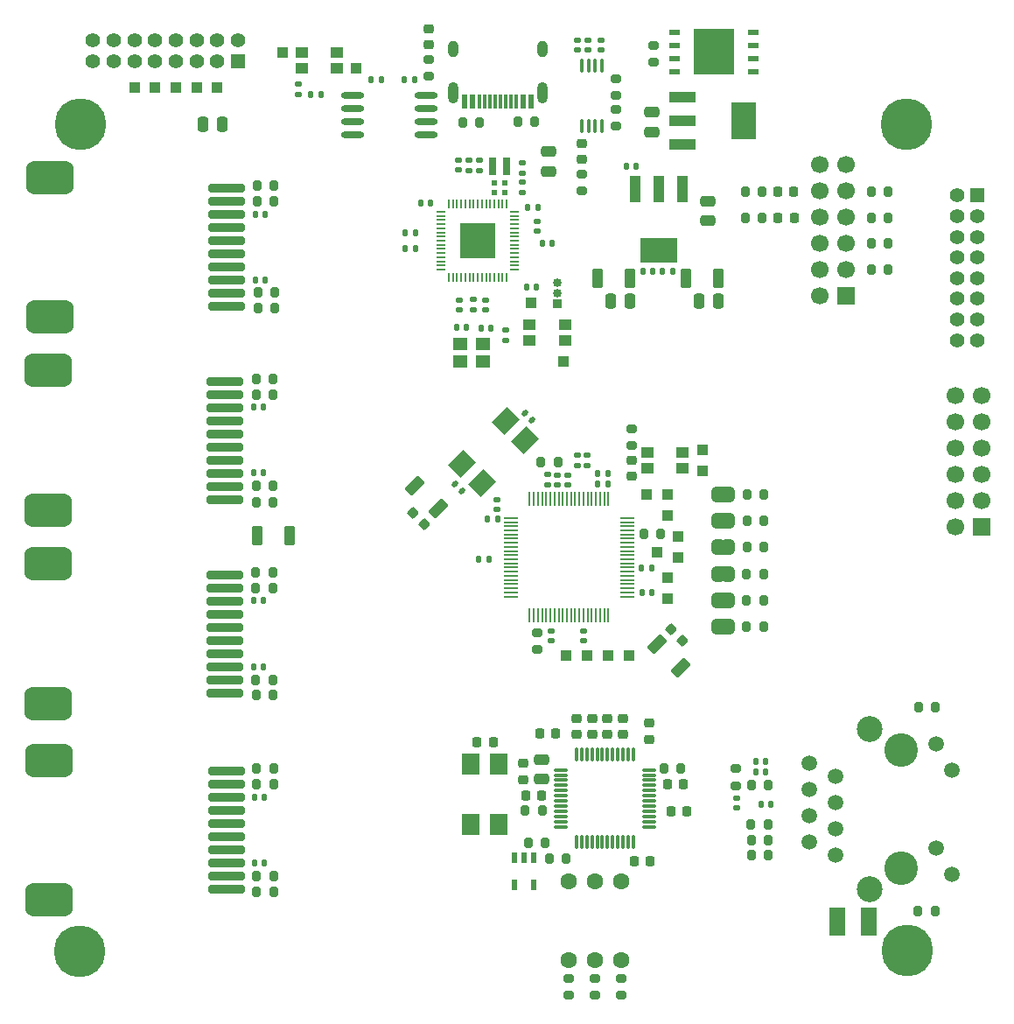
<source format=gbr>
%TF.GenerationSoftware,KiCad,Pcbnew,9.0.1*%
%TF.CreationDate,2025-07-09T12:24:18-07:00*%
%TF.ProjectId,peripheral_board_v1a,70657269-7068-4657-9261-6c5f626f6172,rev?*%
%TF.SameCoordinates,Original*%
%TF.FileFunction,Soldermask,Top*%
%TF.FilePolarity,Negative*%
%FSLAX46Y46*%
G04 Gerber Fmt 4.6, Leading zero omitted, Abs format (unit mm)*
G04 Created by KiCad (PCBNEW 9.0.1) date 2025-07-09 12:24:18*
%MOMM*%
%LPD*%
G01*
G04 APERTURE LIST*
G04 Aperture macros list*
%AMRoundRect*
0 Rectangle with rounded corners*
0 $1 Rounding radius*
0 $2 $3 $4 $5 $6 $7 $8 $9 X,Y pos of 4 corners*
0 Add a 4 corners polygon primitive as box body*
4,1,4,$2,$3,$4,$5,$6,$7,$8,$9,$2,$3,0*
0 Add four circle primitives for the rounded corners*
1,1,$1+$1,$2,$3*
1,1,$1+$1,$4,$5*
1,1,$1+$1,$6,$7*
1,1,$1+$1,$8,$9*
0 Add four rect primitives between the rounded corners*
20,1,$1+$1,$2,$3,$4,$5,0*
20,1,$1+$1,$4,$5,$6,$7,0*
20,1,$1+$1,$6,$7,$8,$9,0*
20,1,$1+$1,$8,$9,$2,$3,0*%
%AMRotRect*
0 Rectangle, with rotation*
0 The origin of the aperture is its center*
0 $1 length*
0 $2 width*
0 $3 Rotation angle, in degrees counterclockwise*
0 Add horizontal line*
21,1,$1,$2,0,0,$3*%
%AMFreePoly0*
4,1,23,0.500000,-0.750000,0.000000,-0.750000,0.000000,-0.745722,-0.065263,-0.745722,-0.191342,-0.711940,-0.304381,-0.646677,-0.396677,-0.554381,-0.461940,-0.441342,-0.495722,-0.315263,-0.495722,-0.250000,-0.500000,-0.250000,-0.500000,0.250000,-0.495722,0.250000,-0.495722,0.315263,-0.461940,0.441342,-0.396677,0.554381,-0.304381,0.646677,-0.191342,0.711940,-0.065263,0.745722,0.000000,0.745722,
0.000000,0.750000,0.500000,0.750000,0.500000,-0.750000,0.500000,-0.750000,$1*%
%AMFreePoly1*
4,1,23,0.000000,0.745722,0.065263,0.745722,0.191342,0.711940,0.304381,0.646677,0.396677,0.554381,0.461940,0.441342,0.495722,0.315263,0.495722,0.250000,0.500000,0.250000,0.500000,-0.250000,0.495722,-0.250000,0.495722,-0.315263,0.461940,-0.441342,0.396677,-0.554381,0.304381,-0.646677,0.191342,-0.711940,0.065263,-0.745722,0.000000,-0.745722,0.000000,-0.750000,-0.500000,-0.750000,
-0.500000,0.750000,0.000000,0.750000,0.000000,0.745722,0.000000,0.745722,$1*%
G04 Aperture macros list end*
%ADD10RoundRect,0.200000X0.275000X-0.200000X0.275000X0.200000X-0.275000X0.200000X-0.275000X-0.200000X0*%
%ADD11R,1.000000X1.000000*%
%ADD12RoundRect,0.140000X0.170000X-0.140000X0.170000X0.140000X-0.170000X0.140000X-0.170000X-0.140000X0*%
%ADD13RoundRect,0.140000X-0.140000X-0.170000X0.140000X-0.170000X0.140000X0.170000X-0.140000X0.170000X0*%
%ADD14R,1.700000X1.700000*%
%ADD15C,1.700000*%
%ADD16RoundRect,0.200000X-0.200000X-0.275000X0.200000X-0.275000X0.200000X0.275000X-0.200000X0.275000X0*%
%ADD17RoundRect,0.200000X0.200000X0.275000X-0.200000X0.275000X-0.200000X-0.275000X0.200000X-0.275000X0*%
%ADD18RoundRect,0.200000X-0.275000X0.200000X-0.275000X-0.200000X0.275000X-0.200000X0.275000X0.200000X0*%
%ADD19RoundRect,0.140000X0.140000X0.170000X-0.140000X0.170000X-0.140000X-0.170000X0.140000X-0.170000X0*%
%ADD20RoundRect,0.218750X-0.218750X-0.256250X0.218750X-0.256250X0.218750X0.256250X-0.218750X0.256250X0*%
%ADD21R,1.100000X2.500000*%
%ADD22R,3.600000X2.340000*%
%ADD23RotRect,2.100000X1.700000X45.000000*%
%ADD24RoundRect,0.140000X-0.170000X0.140000X-0.170000X-0.140000X0.170000X-0.140000X0.170000X0.140000X0*%
%ADD25RoundRect,0.225000X-0.250000X0.225000X-0.250000X-0.225000X0.250000X-0.225000X0.250000X0.225000X0*%
%ADD26RoundRect,0.135000X-0.135000X-0.185000X0.135000X-0.185000X0.135000X0.185000X-0.135000X0.185000X0*%
%ADD27RoundRect,0.218750X-0.256250X0.218750X-0.256250X-0.218750X0.256250X-0.218750X0.256250X0.218750X0*%
%ADD28R,1.150000X1.050000*%
%ADD29RoundRect,0.135000X0.185000X-0.135000X0.185000X0.135000X-0.185000X0.135000X-0.185000X-0.135000X0*%
%ADD30R,0.850000X0.850000*%
%ADD31C,0.850000*%
%ADD32O,1.500000X0.270000*%
%ADD33O,0.270000X1.500000*%
%ADD34RoundRect,0.135000X-0.185000X0.135000X-0.185000X-0.135000X0.185000X-0.135000X0.185000X0.135000X0*%
%ADD35FreePoly0,0.000000*%
%ADD36FreePoly1,0.000000*%
%ADD37RoundRect,0.200000X1.550000X0.200000X-1.550000X0.200000X-1.550000X-0.200000X1.550000X-0.200000X0*%
%ADD38RoundRect,0.815000X1.485000X0.815000X-1.485000X0.815000X-1.485000X-0.815000X1.485000X-0.815000X0*%
%ADD39RoundRect,0.225000X0.225000X0.250000X-0.225000X0.250000X-0.225000X-0.250000X0.225000X-0.250000X0*%
%ADD40O,0.350000X1.450000*%
%ADD41R,1.630000X2.700000*%
%ADD42RoundRect,0.250000X0.689429X0.300520X0.300520X0.689429X-0.689429X-0.300520X-0.300520X-0.689429X0*%
%ADD43R,1.100000X0.600000*%
%ADD44R,4.000000X4.500000*%
%ADD45R,0.470000X0.530000*%
%ADD46C,5.000000*%
%ADD47R,1.460000X0.220000*%
%ADD48R,0.220000X1.460000*%
%ADD49O,2.250000X0.630000*%
%ADD50R,0.600000X1.100000*%
%ADD51R,1.400000X1.200000*%
%ADD52RoundRect,0.250000X-0.475000X0.250000X-0.475000X-0.250000X0.475000X-0.250000X0.475000X0.250000X0*%
%ADD53RoundRect,0.250000X-0.250000X-0.475000X0.250000X-0.475000X0.250000X0.475000X-0.250000X0.475000X0*%
%ADD54C,3.250000*%
%ADD55C,1.520000*%
%ADD56C,2.500000*%
%ADD57R,0.700000X1.700000*%
%ADD58RoundRect,0.225000X0.250000X-0.225000X0.250000X0.225000X-0.250000X0.225000X-0.250000X-0.225000X0*%
%ADD59RoundRect,0.225000X-0.335876X-0.017678X-0.017678X-0.335876X0.335876X0.017678X0.017678X0.335876X0*%
%ADD60RoundRect,0.135000X0.135000X0.185000X-0.135000X0.185000X-0.135000X-0.185000X0.135000X-0.185000X0*%
%ADD61RoundRect,0.140000X0.219203X0.021213X0.021213X0.219203X-0.219203X-0.021213X-0.021213X-0.219203X0*%
%ADD62R,1.700000X2.100000*%
%ADD63C,1.600000*%
%ADD64RoundRect,0.225000X0.335876X0.017678X0.017678X0.335876X-0.335876X-0.017678X-0.017678X-0.335876X0*%
%ADD65R,2.500000X1.100000*%
%ADD66R,2.340000X3.600000*%
%ADD67RoundRect,0.250000X0.275000X0.700000X-0.275000X0.700000X-0.275000X-0.700000X0.275000X-0.700000X0*%
%ADD68RoundRect,0.250000X-0.275000X-0.700000X0.275000X-0.700000X0.275000X0.700000X-0.275000X0.700000X0*%
%ADD69RoundRect,0.218750X0.218750X0.256250X-0.218750X0.256250X-0.218750X-0.256250X0.218750X-0.256250X0*%
%ADD70RoundRect,0.250000X0.250000X0.475000X-0.250000X0.475000X-0.250000X-0.475000X0.250000X-0.475000X0*%
%ADD71RoundRect,0.250000X-0.689429X-0.300520X-0.300520X-0.689429X0.689429X0.300520X0.300520X0.689429X0*%
%ADD72R,1.400000X1.400000*%
%ADD73C,1.400000*%
%ADD74RoundRect,0.140000X-0.219203X-0.021213X-0.021213X-0.219203X0.219203X0.021213X0.021213X0.219203X0*%
%ADD75R,0.880000X0.200000*%
%ADD76R,0.200000X0.880000*%
%ADD77R,3.400000X3.400000*%
%ADD78RoundRect,0.225000X-0.225000X-0.250000X0.225000X-0.250000X0.225000X0.250000X-0.225000X0.250000X0*%
%ADD79R,0.600000X1.450000*%
%ADD80R,0.300000X1.450000*%
%ADD81O,1.000000X2.100000*%
%ADD82O,1.000000X1.600000*%
G04 APERTURE END LIST*
%TO.C,JP1*%
G36*
X168800000Y-87400000D02*
G01*
X169100000Y-87400000D01*
X169100000Y-88900000D01*
X168800000Y-88900000D01*
X168800000Y-87400000D01*
G37*
%TO.C,JP6*%
G36*
X168800000Y-100150000D02*
G01*
X169100000Y-100150000D01*
X169100000Y-101650000D01*
X168800000Y-101650000D01*
X168800000Y-100150000D01*
G37*
%TO.C,JP5*%
G36*
X168800000Y-97600000D02*
G01*
X169100000Y-97600000D01*
X169100000Y-99100000D01*
X168800000Y-99100000D01*
X168800000Y-97600000D01*
G37*
%TO.C,JP3*%
G36*
X168800000Y-92500000D02*
G01*
X169100000Y-92500000D01*
X169100000Y-94000000D01*
X168800000Y-94000000D01*
X168800000Y-92500000D01*
G37*
%TO.C,JP4*%
G36*
X168800000Y-95050000D02*
G01*
X169100000Y-95050000D01*
X169100000Y-96550000D01*
X168800000Y-96550000D01*
X168800000Y-95050000D01*
G37*
%TO.C,JP2*%
G36*
X168800000Y-89950000D02*
G01*
X169100000Y-89950000D01*
X169100000Y-91450000D01*
X168800000Y-91450000D01*
X168800000Y-89950000D01*
G37*
%TD*%
D10*
%TO.C,R33*%
X151008758Y-103155127D03*
X151008758Y-101505127D03*
%TD*%
D11*
%TO.C,TP31*%
X163550000Y-96200000D03*
%TD*%
D12*
%TO.C,C9*%
X143375192Y-56753569D03*
X143375192Y-55793569D03*
%TD*%
D13*
%TO.C,C32*%
X172140000Y-114970000D03*
X173100000Y-114970000D03*
%TD*%
D14*
%TO.C,J2*%
X180875000Y-68950000D03*
D15*
X178335000Y-68950000D03*
X180875000Y-66410000D03*
X178335000Y-66410000D03*
X180875000Y-63870000D03*
X178335000Y-63870000D03*
X180875000Y-61330000D03*
X178335000Y-61330000D03*
X180875000Y-58790000D03*
X178335000Y-58790000D03*
X180875000Y-56250000D03*
X178335000Y-56250000D03*
%TD*%
D16*
%TO.C,R35*%
X151333757Y-84980127D03*
X152983757Y-84980127D03*
%TD*%
D11*
%TO.C,TP14*%
X155800000Y-103750000D03*
%TD*%
D13*
%TO.C,C4*%
X143170192Y-71978569D03*
X144130192Y-71978569D03*
%TD*%
%TO.C,C63*%
X123620000Y-123800000D03*
X124580000Y-123800000D03*
%TD*%
D17*
%TO.C,R16*%
X150745000Y-52100000D03*
X149095000Y-52100000D03*
%TD*%
D18*
%TO.C,R64*%
X158600000Y-47875000D03*
X158600000Y-49525000D03*
%TD*%
D19*
%TO.C,C3*%
X139190192Y-62778569D03*
X138230192Y-62778569D03*
%TD*%
D20*
%TO.C,D3*%
X174224999Y-58800000D03*
X175799999Y-58800000D03*
%TD*%
D11*
%TO.C,TP16*%
X157800000Y-103750000D03*
%TD*%
D13*
%TO.C,C60*%
X123540002Y-79705000D03*
X124500002Y-79705000D03*
%TD*%
D17*
%TO.C,R34*%
X162933757Y-91980127D03*
X161283757Y-91980127D03*
%TD*%
D12*
%TO.C,C36*%
X152308757Y-102260127D03*
X152308757Y-101300127D03*
%TD*%
%TO.C,C31*%
X170250001Y-118440000D03*
X170250001Y-117480000D03*
%TD*%
D21*
%TO.C,U7*%
X165060192Y-58558569D03*
X162760192Y-58558569D03*
X160460192Y-58558569D03*
D22*
X162760192Y-64498569D03*
%TD*%
D23*
%TO.C,Y3*%
X145627388Y-87070687D03*
X149799318Y-82898757D03*
X147890130Y-80989569D03*
X143718200Y-85161499D03*
%TD*%
D24*
%TO.C,C6*%
X145950192Y-69298569D03*
X145950192Y-70258569D03*
%TD*%
D11*
%TO.C,TP7*%
X116000000Y-48799999D03*
%TD*%
D25*
%TO.C,C23*%
X149625000Y-114144999D03*
X149625000Y-115694999D03*
%TD*%
D13*
%TO.C,C57*%
X123669999Y-67370001D03*
X124629999Y-67370001D03*
%TD*%
D26*
%TO.C,R38*%
X156798758Y-86080126D03*
X157818758Y-86080126D03*
%TD*%
D16*
%TO.C,R40*%
X171275000Y-88150000D03*
X172925000Y-88150000D03*
%TD*%
%TO.C,R9*%
X183300000Y-63850000D03*
X184950000Y-63850000D03*
%TD*%
D27*
%TO.C,D1*%
X140500000Y-43062500D03*
X140500000Y-44637500D03*
%TD*%
D25*
%TO.C,C28*%
X159275001Y-109795000D03*
X159275001Y-111345000D03*
%TD*%
D27*
%TO.C,D4*%
X155299998Y-54162497D03*
X155299998Y-55737499D03*
%TD*%
D17*
%TO.C,R11*%
X172737498Y-61350000D03*
X171087498Y-61350000D03*
%TD*%
D25*
%TO.C,C27*%
X156274999Y-109795001D03*
X156274999Y-111345001D03*
%TD*%
D19*
%TO.C,C12*%
X139180000Y-64353569D03*
X138220000Y-64353569D03*
%TD*%
D26*
%TO.C,R15*%
X129040000Y-49450000D03*
X130060000Y-49450000D03*
%TD*%
D18*
%TO.C,R8*%
X140500000Y-46025000D03*
X140500000Y-47675000D03*
%TD*%
D28*
%TO.C,SW2*%
X153650000Y-73200000D03*
X150250000Y-73200000D03*
X153650000Y-71700000D03*
X150250000Y-71700000D03*
%TD*%
D18*
%TO.C,R66*%
X155300000Y-57125000D03*
X155300000Y-58775000D03*
%TD*%
D29*
%TO.C,R36*%
X154849999Y-85310001D03*
X154849999Y-84290001D03*
%TD*%
D16*
%TO.C,R51*%
X123770002Y-76954213D03*
X125420002Y-76954213D03*
%TD*%
D17*
%TO.C,R13*%
X172749999Y-58800000D03*
X171099999Y-58800000D03*
%TD*%
D13*
%TO.C,C48*%
X159570000Y-56350000D03*
X160530000Y-56350000D03*
%TD*%
D17*
%TO.C,R22*%
X153800002Y-123320001D03*
X152150002Y-123320001D03*
%TD*%
D11*
%TO.C,TP36*%
X166950000Y-85850000D03*
%TD*%
%TO.C,TP20*%
X163550000Y-88100000D03*
%TD*%
D12*
%TO.C,C66*%
X157149999Y-45130000D03*
X157149999Y-44170000D03*
%TD*%
D30*
%TO.C,J1*%
X152900000Y-69650000D03*
D31*
X152900000Y-68650000D03*
X152900000Y-67650000D03*
%TD*%
D16*
%TO.C,R50*%
X123924999Y-70070002D03*
X125574999Y-70070002D03*
%TD*%
D17*
%TO.C,R18*%
X164900000Y-114620000D03*
X163250000Y-114620000D03*
%TD*%
D32*
%TO.C,U4*%
X161775000Y-120270000D03*
X161775000Y-119770000D03*
X161775000Y-119270000D03*
X161775000Y-118770000D03*
X161775000Y-118270000D03*
X161775000Y-117770000D03*
X161775000Y-117270000D03*
X161775000Y-116770000D03*
X161775000Y-116270000D03*
X161775000Y-115770000D03*
X161775000Y-115270000D03*
X161775000Y-114770000D03*
D33*
X160275000Y-113270000D03*
X159775000Y-113270000D03*
X159275000Y-113270000D03*
X158775000Y-113270000D03*
X158275000Y-113270000D03*
X157775000Y-113270000D03*
X157275000Y-113270000D03*
X156775000Y-113270000D03*
X156275000Y-113270000D03*
X155775000Y-113270000D03*
X155275000Y-113270000D03*
X154775000Y-113270000D03*
D32*
X153275000Y-114770000D03*
X153275000Y-115270000D03*
X153275000Y-115770000D03*
X153275000Y-116270000D03*
X153275000Y-116770000D03*
X153275000Y-117270000D03*
X153275000Y-117770000D03*
X153275000Y-118270000D03*
X153275000Y-118770000D03*
X153275000Y-119270000D03*
X153275000Y-119770000D03*
X153275000Y-120270000D03*
D33*
X154775000Y-121770000D03*
X155275000Y-121770000D03*
X155775000Y-121770000D03*
X156275000Y-121770000D03*
X156775000Y-121770000D03*
X157275000Y-121770000D03*
X157775000Y-121770000D03*
X158275000Y-121770000D03*
X158775000Y-121770000D03*
X159275000Y-121770000D03*
X159775000Y-121770000D03*
X160275000Y-121770000D03*
%TD*%
D13*
%TO.C,C59*%
X123540002Y-86054999D03*
X124500002Y-86054999D03*
%TD*%
D16*
%TO.C,R48*%
X123875000Y-59770000D03*
X125525000Y-59770000D03*
%TD*%
%TO.C,R57*%
X123750000Y-106049999D03*
X125400000Y-106049999D03*
%TD*%
D18*
%TO.C,R19*%
X154014770Y-134944314D03*
X154014770Y-136594314D03*
%TD*%
D34*
%TO.C,R6*%
X145375192Y-55793569D03*
X145375192Y-56813569D03*
%TD*%
D11*
%TO.C,TP1*%
X153500000Y-75250000D03*
%TD*%
D35*
%TO.C,JP1*%
X168300000Y-88150000D03*
D36*
X169600000Y-88150000D03*
%TD*%
D37*
%TO.C,J8*%
X120875000Y-126315000D03*
X120875000Y-125045000D03*
X120875000Y-123775000D03*
X120875000Y-122505000D03*
X120875000Y-121235000D03*
X120875000Y-119965000D03*
X120875000Y-118695000D03*
X120875000Y-117425000D03*
X120875000Y-116155000D03*
X120875000Y-114885000D03*
D38*
X103725000Y-127370000D03*
X103725000Y-113830000D03*
%TD*%
D16*
%TO.C,R47*%
X123874998Y-58270001D03*
X125524998Y-58270001D03*
%TD*%
D10*
%TO.C,R28*%
X170210000Y-116290000D03*
X170210000Y-114640000D03*
%TD*%
D39*
%TO.C,C29*%
X146700002Y-112070003D03*
X145150002Y-112070003D03*
%TD*%
D40*
%TO.C,U9*%
X155269999Y-52480000D03*
X155930000Y-52480000D03*
X156580000Y-52480000D03*
X157230001Y-52480000D03*
X157230001Y-46620000D03*
X156580000Y-46620000D03*
X155930000Y-46620000D03*
X155269999Y-46620000D03*
%TD*%
D11*
%TO.C,TP18*%
X159850000Y-103750000D03*
%TD*%
D24*
%TO.C,C42*%
X152908759Y-86250125D03*
X152908759Y-87210125D03*
%TD*%
D16*
%TO.C,R44*%
X171250000Y-98350000D03*
X172900000Y-98350000D03*
%TD*%
D41*
%TO.C,C34*%
X183049999Y-129460000D03*
X180009999Y-129460000D03*
%TD*%
D16*
%TO.C,R41*%
X171275000Y-90700000D03*
X172925000Y-90700000D03*
%TD*%
D42*
%TO.C,FB7*%
X164827386Y-104877386D03*
X162600000Y-102650000D03*
%TD*%
D43*
%TO.C,U8*%
X164250000Y-43400000D03*
X164250000Y-44670000D03*
X164250000Y-45930000D03*
X164250000Y-47200000D03*
X171850000Y-47200000D03*
X171850000Y-45930000D03*
X171850000Y-44670000D03*
X171850000Y-43400000D03*
D44*
X168050000Y-45300000D03*
%TD*%
D11*
%TO.C,TP6*%
X118000000Y-48800000D03*
%TD*%
D12*
%TO.C,C65*%
X154900001Y-45130001D03*
X154900001Y-44170001D03*
%TD*%
D45*
%TO.C,C2*%
X146845192Y-58003569D03*
X147805192Y-58003569D03*
%TD*%
D35*
%TO.C,JP6*%
X168300000Y-100900000D03*
D36*
X169600000Y-100900000D03*
%TD*%
D13*
%TO.C,C64*%
X123620000Y-117400000D03*
X124580000Y-117400000D03*
%TD*%
%TO.C,C39*%
X145328757Y-94430127D03*
X146288757Y-94430127D03*
%TD*%
D11*
%TO.C,TP19*%
X161550000Y-88100000D03*
%TD*%
D46*
%TO.C,H4*%
X106700000Y-132300000D03*
%TD*%
D39*
%TO.C,C25*%
X165450000Y-118770000D03*
X163900000Y-118770000D03*
%TD*%
D47*
%TO.C,U6*%
X148420000Y-90400000D03*
X148420000Y-90800000D03*
X148420000Y-91200000D03*
X148420000Y-91600000D03*
X148420000Y-92000000D03*
X148420000Y-92400000D03*
X148420000Y-92800000D03*
X148420000Y-93200000D03*
X148420000Y-93600000D03*
X148420000Y-94000000D03*
X148420000Y-94400000D03*
X148420000Y-94800000D03*
X148420000Y-95200000D03*
X148420000Y-95600000D03*
X148420000Y-96000000D03*
X148420000Y-96400000D03*
X148420000Y-96800000D03*
X148420000Y-97200000D03*
X148420000Y-97600000D03*
X148420000Y-98000000D03*
D48*
X150250000Y-99830000D03*
X150650000Y-99830000D03*
X151050000Y-99830000D03*
X151450000Y-99830000D03*
X151850000Y-99830000D03*
X152250000Y-99830000D03*
X152650000Y-99830000D03*
X153050000Y-99830000D03*
X153450000Y-99830000D03*
X153850000Y-99830000D03*
X154250000Y-99830000D03*
X154650000Y-99830000D03*
X155050000Y-99830000D03*
X155450000Y-99830000D03*
X155850000Y-99830000D03*
X156250000Y-99830000D03*
X156650000Y-99830000D03*
X157050000Y-99830000D03*
X157450000Y-99830000D03*
X157850000Y-99830000D03*
D47*
X159680000Y-98000000D03*
X159680000Y-97600000D03*
X159680000Y-97200000D03*
X159680000Y-96800000D03*
X159680000Y-96400000D03*
X159680000Y-96000000D03*
X159680000Y-95600000D03*
X159680000Y-95200000D03*
X159680000Y-94800000D03*
X159680000Y-94400000D03*
X159680000Y-94000000D03*
X159680000Y-93600000D03*
X159680000Y-93200000D03*
X159680000Y-92800000D03*
X159680000Y-92400000D03*
X159680000Y-92000000D03*
X159680000Y-91600000D03*
X159680000Y-91200000D03*
X159680000Y-90800000D03*
X159680000Y-90400000D03*
D48*
X157850000Y-88570000D03*
X157450000Y-88570000D03*
X157050000Y-88570000D03*
X156650000Y-88570000D03*
X156250000Y-88570000D03*
X155850000Y-88570000D03*
X155450000Y-88570000D03*
X155050000Y-88570000D03*
X154650000Y-88570000D03*
X154250000Y-88570000D03*
X153850000Y-88570000D03*
X153450000Y-88570000D03*
X153050000Y-88570000D03*
X152650000Y-88570000D03*
X152250000Y-88570000D03*
X151850000Y-88570000D03*
X151450000Y-88570000D03*
X151050000Y-88570000D03*
X150650000Y-88570000D03*
X150250000Y-88570000D03*
%TD*%
D19*
%TO.C,C5*%
X146480192Y-72003569D03*
X145520192Y-72003569D03*
%TD*%
D49*
%TO.C,U3*%
X133145192Y-49493569D03*
X133145192Y-50773569D03*
X133145192Y-52033569D03*
X133145192Y-53303569D03*
X140205192Y-53303569D03*
X140205192Y-52033569D03*
X140205192Y-50773569D03*
X140205192Y-49493569D03*
%TD*%
D35*
%TO.C,JP5*%
X168300000Y-98350000D03*
D36*
X169600000Y-98350000D03*
%TD*%
D24*
%TO.C,C7*%
X149575192Y-57923569D03*
X149575192Y-58883569D03*
%TD*%
D19*
%TO.C,C43*%
X162080000Y-97599999D03*
X161120000Y-97599999D03*
%TD*%
D16*
%TO.C,R61*%
X123825000Y-125050000D03*
X125475000Y-125050000D03*
%TD*%
%TO.C,R12*%
X183300000Y-58800002D03*
X184950000Y-58800002D03*
%TD*%
D17*
%TO.C,R31*%
X173355000Y-121539999D03*
X171705000Y-121539999D03*
%TD*%
D37*
%TO.C,J7*%
X120775000Y-107315000D03*
X120775000Y-106045000D03*
X120775000Y-104775000D03*
X120775000Y-103505000D03*
X120775000Y-102235000D03*
X120775000Y-100965000D03*
X120775000Y-99695000D03*
X120775000Y-98425000D03*
X120775000Y-97155000D03*
X120775000Y-95885000D03*
D38*
X103625000Y-108370000D03*
X103625000Y-94830000D03*
%TD*%
D11*
%TO.C,TP3*%
X126300000Y-45350000D03*
%TD*%
D50*
%TO.C,U5*%
X150675001Y-123270001D03*
X149725001Y-123270001D03*
X148775001Y-123270001D03*
X148775001Y-125870001D03*
X150675001Y-125870001D03*
%TD*%
D35*
%TO.C,JP3*%
X168300000Y-93250000D03*
D36*
X169600000Y-93250000D03*
%TD*%
D11*
%TO.C,TP5*%
X120000000Y-48799999D03*
%TD*%
D29*
%TO.C,R4*%
X144825192Y-70288569D03*
X144825192Y-69268569D03*
%TD*%
D51*
%TO.C,Y1*%
X143500192Y-75253569D03*
X145700192Y-75253569D03*
X145700192Y-73553569D03*
X143500192Y-73553569D03*
%TD*%
D16*
%TO.C,R58*%
X123775000Y-107549998D03*
X125425000Y-107549998D03*
%TD*%
D18*
%TO.C,R46*%
X160075198Y-81779802D03*
X160075198Y-83429802D03*
%TD*%
D46*
%TO.C,H1*%
X106800000Y-52300000D03*
%TD*%
D18*
%TO.C,R65*%
X158600000Y-50874999D03*
X158600000Y-52524999D03*
%TD*%
D11*
%TO.C,TP2*%
X133450000Y-46900000D03*
%TD*%
D37*
%TO.C,J5*%
X120950000Y-69930000D03*
X120950000Y-68660000D03*
X120950000Y-67390000D03*
X120950000Y-66120000D03*
X120950000Y-64850000D03*
X120950000Y-63580000D03*
X120950000Y-62310000D03*
X120950000Y-61040000D03*
X120950000Y-59770000D03*
X120950000Y-58500000D03*
D38*
X103800000Y-70985000D03*
X103800000Y-57445000D03*
%TD*%
D19*
%TO.C,C10*%
X140630000Y-59900000D03*
X139670000Y-59900000D03*
%TD*%
%TO.C,C19*%
X139080000Y-48000000D03*
X138120000Y-48000000D03*
%TD*%
D16*
%TO.C,R55*%
X123725001Y-95699999D03*
X125375001Y-95699999D03*
%TD*%
%TO.C,R10*%
X183300000Y-61350000D03*
X184950000Y-61350000D03*
%TD*%
D11*
%TO.C,TP26*%
X162600000Y-93750000D03*
%TD*%
D16*
%TO.C,R17*%
X143745000Y-52150000D03*
X145395000Y-52150000D03*
%TD*%
D52*
%TO.C,C16*%
X162041431Y-51172693D03*
X162041431Y-53072691D03*
%TD*%
D13*
%TO.C,C13*%
X149920000Y-68050000D03*
X150880000Y-68050000D03*
%TD*%
D53*
%TO.C,C55*%
X166600000Y-69450000D03*
X168500000Y-69450000D03*
%TD*%
D14*
%TO.C,J3*%
X193950000Y-91300000D03*
D15*
X191410000Y-91300000D03*
X193950000Y-88760000D03*
X191410000Y-88760000D03*
X193950000Y-86220000D03*
X191410000Y-86220000D03*
X193950000Y-83680000D03*
X191410000Y-83680000D03*
X193950000Y-81140000D03*
X191410000Y-81140000D03*
X193950000Y-78600000D03*
X191410000Y-78600000D03*
%TD*%
D54*
%TO.C,RJ1*%
X186220000Y-124280000D03*
X186220000Y-112840000D03*
D55*
X179870000Y-123010000D03*
X177330000Y-121740000D03*
X179870000Y-120460000D03*
X177330000Y-119190000D03*
X179870000Y-117930000D03*
X177330000Y-116660000D03*
X179870000Y-115390000D03*
X177330000Y-114120000D03*
X189600000Y-122350000D03*
X191120000Y-124890000D03*
X189600000Y-112230000D03*
X191120000Y-114770000D03*
D56*
X183170000Y-126330000D03*
X183170000Y-110790000D03*
%TD*%
D13*
%TO.C,C11*%
X151470000Y-63800000D03*
X152430000Y-63800000D03*
%TD*%
D16*
%TO.C,R7*%
X183300000Y-66400001D03*
X184950000Y-66400001D03*
%TD*%
D19*
%TO.C,C47*%
X162038758Y-95230125D03*
X161078758Y-95230125D03*
%TD*%
D12*
%TO.C,C37*%
X155450001Y-102280001D03*
X155450001Y-101320001D03*
%TD*%
D13*
%TO.C,C33*%
X172140000Y-113990000D03*
X173100000Y-113990000D03*
%TD*%
D57*
%TO.C,L1*%
X146625192Y-56361780D03*
X148025192Y-56361780D03*
%TD*%
D58*
%TO.C,C21*%
X154775001Y-111345001D03*
X154775001Y-109795001D03*
%TD*%
D59*
%TO.C,C56*%
X163961180Y-101182753D03*
X165057196Y-102278769D03*
%TD*%
D17*
%TO.C,R27*%
X189504999Y-108709999D03*
X187854999Y-108709999D03*
%TD*%
D29*
%TO.C,R2*%
X149575192Y-57063569D03*
X149575192Y-56043569D03*
%TD*%
D16*
%TO.C,R49*%
X123924999Y-68570000D03*
X125574999Y-68570000D03*
%TD*%
D52*
%TO.C,C49*%
X167500000Y-59750000D03*
X167500000Y-61650000D03*
%TD*%
D60*
%TO.C,R63*%
X135910000Y-48000000D03*
X134890000Y-48000000D03*
%TD*%
D52*
%TO.C,C17*%
X152100000Y-54950000D03*
X152100000Y-56850000D03*
%TD*%
D16*
%TO.C,R53*%
X123770000Y-87324213D03*
X125420000Y-87324213D03*
%TD*%
%TO.C,R54*%
X123785789Y-88855000D03*
X125435789Y-88855000D03*
%TD*%
D17*
%TO.C,R23*%
X151749999Y-121820001D03*
X150099999Y-121820001D03*
%TD*%
D61*
%TO.C,C45*%
X143704055Y-87763650D03*
X143025233Y-87084828D03*
%TD*%
D13*
%TO.C,C38*%
X146178757Y-90530127D03*
X147138757Y-90530127D03*
%TD*%
D11*
%TO.C,TP34*%
X163550000Y-98200000D03*
%TD*%
D62*
%TO.C,Y2*%
X147225000Y-120070002D03*
X147225000Y-114170002D03*
X144525000Y-114170002D03*
X144525000Y-120070002D03*
%TD*%
D10*
%TO.C,R14*%
X162250000Y-46325000D03*
X162250000Y-44675000D03*
%TD*%
D24*
%TO.C,C44*%
X153908579Y-86250126D03*
X153908579Y-87210126D03*
%TD*%
D63*
%TO.C,SW3*%
X159065000Y-133180000D03*
X156525000Y-133180000D03*
X153985000Y-133180000D03*
X159065000Y-125560000D03*
X156525000Y-125560000D03*
X153985000Y-125560000D03*
%TD*%
D64*
%TO.C,C53*%
X140010051Y-90976346D03*
X138914035Y-89880330D03*
%TD*%
D53*
%TO.C,C18*%
X118600000Y-52350000D03*
X120500000Y-52350000D03*
%TD*%
D24*
%TO.C,C67*%
X155899999Y-44169999D03*
X155899999Y-45129999D03*
%TD*%
D11*
%TO.C,TP21*%
X163550000Y-90150000D03*
%TD*%
D65*
%TO.C,U2*%
X165049999Y-49700000D03*
X165050000Y-52000000D03*
X165049999Y-54300000D03*
D66*
X170990000Y-52000000D03*
%TD*%
D17*
%TO.C,R26*%
X173325000Y-116220000D03*
X171675000Y-116220000D03*
%TD*%
D52*
%TO.C,C22*%
X151375001Y-113770002D03*
X151375001Y-115670002D03*
%TD*%
D58*
%TO.C,C20*%
X157774999Y-111344999D03*
X157774999Y-109794999D03*
%TD*%
D11*
%TO.C,TP4*%
X150400000Y-69600000D03*
%TD*%
D67*
%TO.C,FB4*%
X159975000Y-67250000D03*
X156825000Y-67250000D03*
%TD*%
D13*
%TO.C,C35*%
X172610000Y-118120000D03*
X173570000Y-118120000D03*
%TD*%
D16*
%TO.C,R62*%
X123824999Y-126550000D03*
X125474999Y-126550000D03*
%TD*%
%TO.C,R56*%
X123725001Y-97169999D03*
X125375001Y-97169999D03*
%TD*%
D68*
%TO.C,FB6*%
X165325000Y-67250000D03*
X168475000Y-67250000D03*
%TD*%
D16*
%TO.C,R42*%
X171275000Y-93250000D03*
X172925000Y-93250000D03*
%TD*%
D69*
%TO.C,FB2*%
X161912502Y-123570003D03*
X160337502Y-123570003D03*
%TD*%
D24*
%TO.C,C41*%
X151950000Y-86220001D03*
X151950000Y-87180001D03*
%TD*%
D70*
%TO.C,C54*%
X159950000Y-69450000D03*
X158050000Y-69450000D03*
%TD*%
D13*
%TO.C,C58*%
X123669999Y-61020001D03*
X124629999Y-61020001D03*
%TD*%
D25*
%TO.C,C51*%
X160075198Y-84829802D03*
X160075198Y-86379802D03*
%TD*%
D35*
%TO.C,JP4*%
X168300000Y-95800000D03*
D36*
X169600000Y-95800000D03*
%TD*%
D20*
%TO.C,D2*%
X174274999Y-61350000D03*
X175849999Y-61350000D03*
%TD*%
D13*
%TO.C,C14*%
X150055192Y-60378569D03*
X151015192Y-60378569D03*
%TD*%
D39*
%TO.C,C30*%
X165100000Y-116120000D03*
X163550000Y-116120000D03*
%TD*%
D29*
%TO.C,R1*%
X127825192Y-49413569D03*
X127825192Y-48393569D03*
%TD*%
D71*
%TO.C,FB5*%
X139136307Y-87286307D03*
X141363693Y-89513693D03*
%TD*%
D17*
%TO.C,R30*%
X173305000Y-120010000D03*
X171655000Y-120010000D03*
%TD*%
D72*
%TO.C,CN2*%
X193600000Y-59200000D03*
D73*
X191600000Y-59200000D03*
X193600000Y-61200000D03*
X191600000Y-61200000D03*
X193600000Y-63200000D03*
X191600000Y-63200000D03*
X193600000Y-65200000D03*
X191600000Y-65200000D03*
X193600000Y-67200000D03*
X191600000Y-67200000D03*
X193600000Y-69200000D03*
X191600000Y-69200000D03*
X193600000Y-71200000D03*
X191600000Y-71200000D03*
X193600000Y-73200000D03*
X191600000Y-73200000D03*
%TD*%
D11*
%TO.C,TP9*%
X112000000Y-48799999D03*
%TD*%
D12*
%TO.C,C8*%
X150950000Y-62680000D03*
X150950000Y-61720000D03*
%TD*%
D11*
%TO.C,TP28*%
X164600000Y-94200000D03*
%TD*%
D28*
%TO.C,SW4*%
X161650000Y-84100000D03*
X165050000Y-84100000D03*
X161650000Y-85600000D03*
X165050000Y-85600000D03*
%TD*%
D35*
%TO.C,JP2*%
X168300000Y-90700000D03*
D36*
X169600000Y-90700000D03*
%TD*%
D24*
%TO.C,C40*%
X147108759Y-88650127D03*
X147108759Y-89610127D03*
%TD*%
D16*
%TO.C,R59*%
X123824999Y-114650000D03*
X125474999Y-114650000D03*
%TD*%
D20*
%TO.C,FB1*%
X151187501Y-111270001D03*
X152762501Y-111270001D03*
%TD*%
D16*
%TO.C,R43*%
X171250000Y-95800000D03*
X172900000Y-95800000D03*
%TD*%
D18*
%TO.C,R21*%
X159105939Y-134944314D03*
X159105939Y-136594314D03*
%TD*%
D11*
%TO.C,TP35*%
X166950000Y-83800000D03*
%TD*%
D24*
%TO.C,C15*%
X143450192Y-69298569D03*
X143450192Y-70258569D03*
%TD*%
D13*
%TO.C,C62*%
X123519999Y-98399999D03*
X124479999Y-98399999D03*
%TD*%
D68*
%TO.C,FB3*%
X123875000Y-92150000D03*
X127025000Y-92150000D03*
%TD*%
D74*
%TO.C,C46*%
X149799319Y-80282463D03*
X150478141Y-80961285D03*
%TD*%
D16*
%TO.C,R29*%
X187805000Y-128409999D03*
X189455000Y-128409999D03*
%TD*%
D25*
%TO.C,C24*%
X161825000Y-110270001D03*
X161825000Y-111820001D03*
%TD*%
D46*
%TO.C,H2*%
X186700000Y-52300000D03*
%TD*%
D29*
%TO.C,R37*%
X155800001Y-85320001D03*
X155800001Y-84300001D03*
%TD*%
D18*
%TO.C,R20*%
X156560353Y-134944314D03*
X156560353Y-136594314D03*
%TD*%
D16*
%TO.C,R45*%
X171250000Y-100900000D03*
X172900000Y-100900000D03*
%TD*%
%TO.C,R60*%
X123825000Y-116150000D03*
X125475000Y-116150000D03*
%TD*%
D75*
%TO.C,U1*%
X141645192Y-60773569D03*
X141645192Y-61173569D03*
X141645192Y-61573569D03*
X141645192Y-61973569D03*
X141645192Y-62373569D03*
X141645192Y-62773569D03*
X141645192Y-63173569D03*
X141645192Y-63573569D03*
X141645192Y-63973569D03*
X141645192Y-64373569D03*
X141645192Y-64773569D03*
X141645192Y-65173569D03*
X141645192Y-65573569D03*
X141645192Y-65973569D03*
X141645192Y-66373569D03*
D76*
X142425192Y-67143569D03*
X142825192Y-67143569D03*
X143225192Y-67143569D03*
X143625192Y-67143569D03*
X144025192Y-67143569D03*
X144425192Y-67143569D03*
X144825192Y-67143569D03*
X145225192Y-67143569D03*
X145625192Y-67143569D03*
X146025192Y-67143569D03*
X146425192Y-67143569D03*
X146825192Y-67143569D03*
X147225192Y-67143569D03*
X147625192Y-67143569D03*
X148025192Y-67143569D03*
D75*
X148805192Y-66373569D03*
X148805192Y-65973569D03*
X148805192Y-65573569D03*
X148805192Y-65173569D03*
X148805192Y-64773569D03*
X148805192Y-64373569D03*
X148805192Y-63973569D03*
X148805192Y-63573569D03*
X148805192Y-63173569D03*
X148805192Y-62773569D03*
X148805192Y-62373569D03*
X148805192Y-61973569D03*
X148805192Y-61573569D03*
X148805192Y-61173569D03*
X148805192Y-60773569D03*
D76*
X148025192Y-60003569D03*
X147625192Y-60003569D03*
X147225192Y-60003569D03*
X146825192Y-60003569D03*
X146425192Y-60003569D03*
X146025192Y-60003569D03*
X145625192Y-60003569D03*
X145225192Y-60003569D03*
X144825192Y-60003569D03*
X144425192Y-60003569D03*
X144025192Y-60003569D03*
X143625192Y-60003569D03*
X143225192Y-60003569D03*
X142825192Y-60003569D03*
X142425192Y-60003569D03*
D77*
X145225192Y-63573569D03*
%TD*%
D16*
%TO.C,R52*%
X123770002Y-78455000D03*
X125420002Y-78455000D03*
%TD*%
D11*
%TO.C,TP24*%
X164600000Y-92200000D03*
%TD*%
D28*
%TO.C,SW1*%
X131600000Y-46900000D03*
X128200000Y-46900000D03*
X131600000Y-45400000D03*
X128200000Y-45400000D03*
%TD*%
D34*
%TO.C,R3*%
X147900000Y-72190000D03*
X147900000Y-73210000D03*
%TD*%
D60*
%TO.C,R39*%
X157818758Y-87130126D03*
X156798758Y-87130126D03*
%TD*%
D11*
%TO.C,TP8*%
X114000000Y-48800000D03*
%TD*%
D72*
%TO.C,CN1*%
X122000000Y-46200000D03*
D73*
X122000000Y-44200000D03*
X120000000Y-46200000D03*
X120000000Y-44200000D03*
X118000000Y-46200000D03*
X118000000Y-44200000D03*
X116000000Y-46200000D03*
X116000000Y-44200000D03*
X114000000Y-46200000D03*
X114000000Y-44200000D03*
X112000000Y-46200000D03*
X112000000Y-44200000D03*
X110000000Y-46200000D03*
X110000000Y-44200000D03*
X108000000Y-46200000D03*
X108000000Y-44200000D03*
%TD*%
D17*
%TO.C,R32*%
X173365000Y-123050000D03*
X171715000Y-123050000D03*
%TD*%
D13*
%TO.C,C52*%
X163120000Y-66550000D03*
X164080000Y-66550000D03*
%TD*%
D78*
%TO.C,C26*%
X149850000Y-117220001D03*
X151400000Y-117220001D03*
%TD*%
D37*
%TO.C,J6*%
X120775000Y-88615000D03*
X120775000Y-87345000D03*
X120775000Y-86075000D03*
X120775000Y-84805000D03*
X120775000Y-83535000D03*
X120775000Y-82265000D03*
X120775000Y-80995000D03*
X120775000Y-79725000D03*
X120775000Y-78455000D03*
X120775000Y-77185000D03*
D38*
X103625000Y-89670000D03*
X103625000Y-76130000D03*
%TD*%
D79*
%TO.C,J4*%
X150420000Y-50145000D03*
X149620000Y-50145000D03*
D80*
X148420000Y-50145000D03*
X147420000Y-50145000D03*
X146920000Y-50145000D03*
X145920000Y-50145000D03*
D79*
X144720000Y-50145000D03*
X143920000Y-50145000D03*
X143920000Y-50145000D03*
X144720000Y-50145000D03*
D80*
X145420000Y-50145000D03*
X146420000Y-50145000D03*
X147920000Y-50145000D03*
X148920000Y-50145000D03*
D79*
X149620000Y-50145000D03*
X150420000Y-50145000D03*
D81*
X151490000Y-49230000D03*
D82*
X151490000Y-45050000D03*
D81*
X142850000Y-49230000D03*
D82*
X142850000Y-45050000D03*
%TD*%
D13*
%TO.C,C61*%
X123520000Y-104799999D03*
X124480000Y-104799999D03*
%TD*%
D19*
%TO.C,C50*%
X162180000Y-66550000D03*
X161220000Y-66550000D03*
%TD*%
D46*
%TO.C,H3*%
X186750000Y-132250000D03*
%TD*%
D16*
%TO.C,R25*%
X149799999Y-118720000D03*
X151449999Y-118720000D03*
%TD*%
D45*
%TO.C,C1*%
X146845192Y-58953569D03*
X147805192Y-58953569D03*
%TD*%
D34*
%TO.C,R5*%
X144375192Y-55793569D03*
X144375192Y-56813569D03*
%TD*%
D11*
%TO.C,TP12*%
X153750000Y-103700000D03*
%TD*%
M02*

</source>
